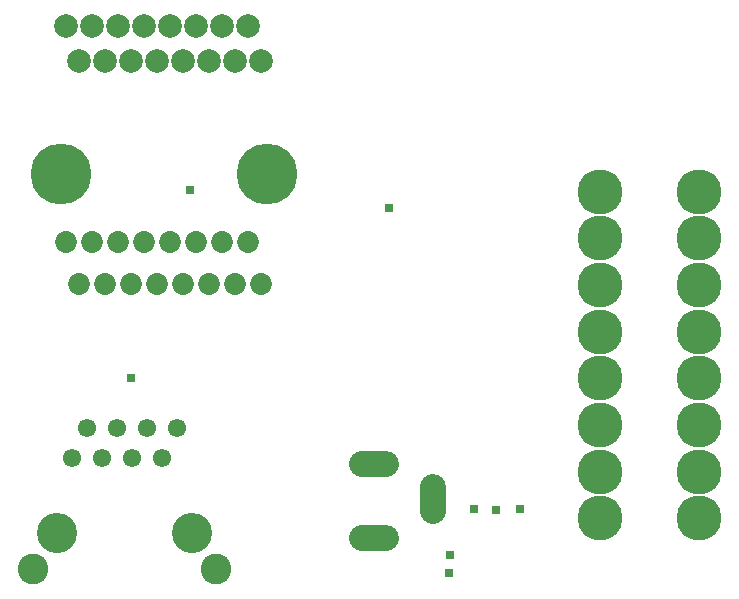
<source format=gbr>
G04 EAGLE Gerber RS-274X export*
G75*
%MOMM*%
%FSLAX34Y34*%
%LPD*%
%INSoldermask Bottom*%
%IPPOS*%
%AMOC8*
5,1,8,0,0,1.08239X$1,22.5*%
G01*
%ADD10C,3.403200*%
%ADD11C,1.553200*%
%ADD12C,2.603200*%
%ADD13C,3.819200*%
%ADD14R,0.711200X0.711200*%
%ADD15C,1.853200*%
%ADD16C,5.153200*%
%ADD17C,2.003200*%
%ADD18C,2.203200*%


D10*
X47550Y78900D03*
X161850Y78900D03*
D11*
X149150Y167800D03*
X123750Y167800D03*
X98350Y167800D03*
X72950Y167800D03*
X85650Y142400D03*
X111050Y142400D03*
X136450Y142400D03*
X60250Y142400D03*
D12*
X27200Y48400D03*
X182200Y48400D03*
D13*
X591300Y368150D03*
X591300Y328650D03*
X591300Y289150D03*
X591300Y249650D03*
X591300Y210150D03*
X591300Y170650D03*
X591300Y131150D03*
X591300Y91650D03*
X507300Y368150D03*
X507300Y328650D03*
X507300Y289150D03*
X507300Y249650D03*
X507300Y210150D03*
X507300Y170650D03*
X507300Y131150D03*
X507300Y91650D03*
D14*
X400500Y99100D03*
X110000Y210000D03*
X329000Y354000D03*
X160000Y370000D03*
X379700Y44900D03*
X380400Y60300D03*
X439600Y99200D03*
X419300Y98800D03*
D15*
X66500Y290400D03*
X88500Y290400D03*
X110500Y290400D03*
X132500Y290400D03*
X154500Y290400D03*
X176500Y290400D03*
X198500Y290400D03*
X220500Y290400D03*
X55500Y325400D03*
X77500Y325400D03*
X99500Y325400D03*
X121500Y325400D03*
X143500Y325400D03*
X165500Y325400D03*
X187500Y325400D03*
X209500Y325400D03*
D16*
X225500Y383400D03*
X50500Y383400D03*
D17*
X66000Y478700D03*
X88000Y478700D03*
X110000Y478700D03*
X132000Y478700D03*
X154000Y478700D03*
X176000Y478700D03*
X198000Y478700D03*
X220000Y478700D03*
X55000Y508700D03*
X77000Y508700D03*
X99000Y508700D03*
X121000Y508700D03*
X143000Y508700D03*
X165000Y508700D03*
X187000Y508700D03*
X209000Y508700D03*
D18*
X305800Y138000D02*
X325800Y138000D01*
X325800Y75000D02*
X305800Y75000D01*
X365800Y98000D02*
X365800Y118000D01*
M02*

</source>
